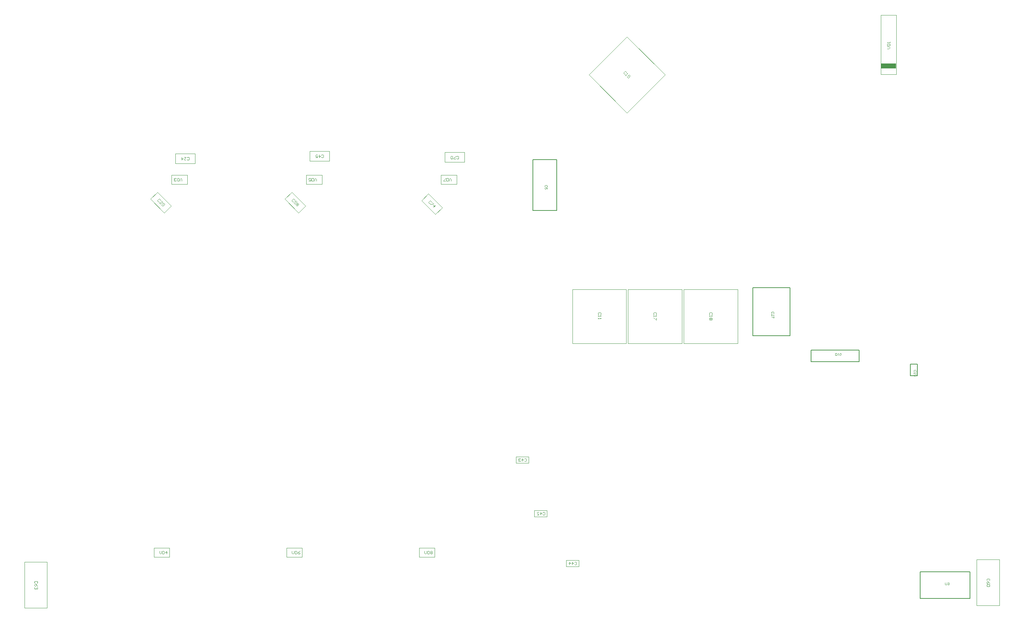
<source format=gbr>
%TF.GenerationSoftware,Altium Limited,Altium Designer,21.6.4 (81)*%
G04 Layer_Color=8388736*
%FSLAX43Y43*%
%MOMM*%
%TF.SameCoordinates,76D5CAF9-2094-4FD7-9A7B-915B2AFADFAF*%
%TF.FilePolarity,Positive*%
%TF.FileFunction,Other,Top_Assembly*%
%TF.Part,Single*%
G01*
G75*
%TA.AperFunction,NonConductor*%
%ADD115C,0.200*%
%ADD126C,0.100*%
%ADD131R,3.675X1.300*%
G36*
X228502Y37763D02*
X228514Y37761D01*
X228529Y37758D01*
X228546Y37753D01*
X228562Y37748D01*
X228579Y37741D01*
X228580D01*
X228581Y37740D01*
X228586Y37737D01*
X228595Y37731D01*
X228604Y37725D01*
X228615Y37716D01*
X228626Y37705D01*
X228637Y37693D01*
X228646Y37680D01*
X228647Y37678D01*
X228650Y37673D01*
X228654Y37665D01*
X228658Y37655D01*
X228663Y37643D01*
X228667Y37629D01*
X228669Y37613D01*
X228670Y37597D01*
Y37595D01*
Y37590D01*
X228669Y37582D01*
X228668Y37572D01*
X228665Y37560D01*
X228660Y37547D01*
X228655Y37534D01*
X228647Y37521D01*
X228646Y37520D01*
X228644Y37516D01*
X228638Y37509D01*
X228631Y37502D01*
X228621Y37494D01*
X228610Y37484D01*
X228597Y37476D01*
X228582Y37468D01*
X228583D01*
X228584Y37467D01*
X228587Y37466D01*
X228591Y37465D01*
X228601Y37461D01*
X228614Y37456D01*
X228629Y37448D01*
X228644Y37439D01*
X228657Y37427D01*
X228670Y37413D01*
X228671Y37411D01*
X228675Y37406D01*
X228681Y37397D01*
X228686Y37385D01*
X228692Y37370D01*
X228697Y37352D01*
X228701Y37332D01*
X228702Y37310D01*
Y37309D01*
Y37306D01*
Y37301D01*
X228701Y37296D01*
X228700Y37288D01*
X228698Y37280D01*
X228696Y37271D01*
X228694Y37261D01*
X228687Y37238D01*
X228681Y37226D01*
X228676Y37215D01*
X228669Y37203D01*
X228660Y37191D01*
X228651Y37179D01*
X228640Y37168D01*
X228639Y37167D01*
X228637Y37165D01*
X228633Y37163D01*
X228629Y37159D01*
X228623Y37154D01*
X228616Y37150D01*
X228607Y37144D01*
X228597Y37140D01*
X228587Y37134D01*
X228575Y37128D01*
X228563Y37124D01*
X228549Y37119D01*
X228534Y37116D01*
X228519Y37113D01*
X228503Y37111D01*
X228485Y37110D01*
X228477D01*
X228472Y37111D01*
X228464Y37112D01*
X228456Y37113D01*
X228447Y37115D01*
X228436Y37116D01*
X228414Y37122D01*
X228391Y37131D01*
X228379Y37137D01*
X228368Y37143D01*
X228357Y37152D01*
X228346Y37160D01*
X228345Y37161D01*
X228343Y37163D01*
X228340Y37165D01*
X228338Y37169D01*
X228333Y37174D01*
X228328Y37180D01*
X228323Y37187D01*
X228317Y37195D01*
X228312Y37204D01*
X228306Y37214D01*
X228296Y37236D01*
X228288Y37262D01*
X228285Y37275D01*
X228283Y37290D01*
X228362Y37300D01*
Y37300D01*
X228362Y37298D01*
X228363Y37294D01*
X228364Y37289D01*
X228365Y37284D01*
X228367Y37277D01*
X228372Y37263D01*
X228378Y37247D01*
X228387Y37231D01*
X228396Y37216D01*
X228407Y37203D01*
X228409Y37202D01*
X228412Y37199D01*
X228420Y37194D01*
X228429Y37189D01*
X228440Y37184D01*
X228454Y37179D01*
X228470Y37176D01*
X228486Y37175D01*
X228492D01*
X228496Y37176D01*
X228506Y37177D01*
X228519Y37179D01*
X228534Y37184D01*
X228549Y37190D01*
X228565Y37200D01*
X228580Y37213D01*
X228582Y37214D01*
X228586Y37220D01*
X228592Y37228D01*
X228599Y37239D01*
X228607Y37253D01*
X228612Y37269D01*
X228617Y37287D01*
X228619Y37308D01*
Y37309D01*
Y37311D01*
Y37313D01*
X228618Y37317D01*
X228617Y37327D01*
X228614Y37339D01*
X228610Y37354D01*
X228604Y37369D01*
X228595Y37384D01*
X228583Y37398D01*
X228581Y37399D01*
X228576Y37403D01*
X228569Y37409D01*
X228558Y37415D01*
X228546Y37422D01*
X228530Y37427D01*
X228512Y37431D01*
X228493Y37433D01*
X228485D01*
X228478Y37432D01*
X228470Y37431D01*
X228460Y37429D01*
X228449Y37427D01*
X228437Y37424D01*
X228447Y37494D01*
X228451D01*
X228455Y37493D01*
X228467D01*
X228477Y37495D01*
X228489Y37496D01*
X228503Y37499D01*
X228519Y37504D01*
X228534Y37510D01*
X228549Y37519D01*
X228550D01*
X228551Y37520D01*
X228556Y37523D01*
X228562Y37530D01*
X228570Y37538D01*
X228577Y37550D01*
X228583Y37564D01*
X228588Y37580D01*
X228590Y37589D01*
Y37599D01*
Y37600D01*
Y37601D01*
Y37606D01*
X228588Y37614D01*
X228586Y37624D01*
X228583Y37635D01*
X228578Y37647D01*
X228571Y37659D01*
X228560Y37670D01*
X228559Y37671D01*
X228555Y37675D01*
X228548Y37680D01*
X228540Y37685D01*
X228529Y37690D01*
X228516Y37694D01*
X228501Y37698D01*
X228485Y37699D01*
X228477D01*
X228469Y37697D01*
X228458Y37695D01*
X228446Y37692D01*
X228434Y37687D01*
X228421Y37680D01*
X228409Y37670D01*
X228408Y37669D01*
X228404Y37665D01*
X228399Y37658D01*
X228392Y37649D01*
X228386Y37637D01*
X228379Y37622D01*
X228374Y37605D01*
X228370Y37584D01*
X228291Y37598D01*
Y37599D01*
X228292Y37602D01*
X228293Y37606D01*
X228294Y37611D01*
X228296Y37618D01*
X228299Y37625D01*
X228304Y37643D01*
X228313Y37663D01*
X228325Y37683D01*
X228338Y37703D01*
X228356Y37720D01*
X228357Y37721D01*
X228359Y37722D01*
X228362Y37724D01*
X228365Y37727D01*
X228370Y37730D01*
X228376Y37734D01*
X228383Y37738D01*
X228391Y37742D01*
X228410Y37750D01*
X228431Y37757D01*
X228456Y37762D01*
X228469Y37764D01*
X228492D01*
X228502Y37763D01*
D02*
G37*
G36*
X228173Y37391D02*
Y37390D01*
Y37386D01*
Y37382D01*
Y37375D01*
X228172Y37367D01*
Y37358D01*
X228171Y37347D01*
X228170Y37336D01*
X228167Y37311D01*
X228164Y37285D01*
X228158Y37260D01*
X228154Y37248D01*
X228151Y37237D01*
Y37236D01*
X228150Y37234D01*
X228148Y37231D01*
X228146Y37227D01*
X228141Y37217D01*
X228132Y37204D01*
X228121Y37189D01*
X228108Y37175D01*
X228092Y37159D01*
X228071Y37145D01*
X228070D01*
X228068Y37143D01*
X228066Y37142D01*
X228061Y37140D01*
X228056Y37137D01*
X228048Y37134D01*
X228041Y37131D01*
X228031Y37128D01*
X228021Y37124D01*
X228010Y37121D01*
X227998Y37118D01*
X227984Y37116D01*
X227970Y37114D01*
X227956Y37112D01*
X227922Y37110D01*
X227914D01*
X227908Y37111D01*
X227900D01*
X227891Y37112D01*
X227881Y37113D01*
X227871Y37114D01*
X227848Y37117D01*
X227823Y37123D01*
X227798Y37130D01*
X227775Y37140D01*
X227774D01*
X227773Y37142D01*
X227770Y37144D01*
X227766Y37146D01*
X227756Y37153D01*
X227744Y37164D01*
X227730Y37177D01*
X227717Y37191D01*
X227704Y37210D01*
X227694Y37230D01*
Y37231D01*
X227693Y37233D01*
X227692Y37237D01*
X227690Y37241D01*
X227688Y37247D01*
X227687Y37254D01*
X227684Y37263D01*
X227682Y37273D01*
X227680Y37284D01*
X227677Y37296D01*
X227676Y37309D01*
X227674Y37323D01*
X227672Y37338D01*
X227671Y37355D01*
X227670Y37373D01*
Y37391D01*
Y37761D01*
X227755D01*
Y37391D01*
Y37390D01*
Y37387D01*
Y37383D01*
Y37377D01*
X227756Y37371D01*
Y37362D01*
X227757Y37345D01*
X227759Y37324D01*
X227762Y37304D01*
X227765Y37285D01*
X227767Y37276D01*
X227770Y37268D01*
X227771Y37266D01*
X227773Y37262D01*
X227777Y37255D01*
X227783Y37246D01*
X227789Y37237D01*
X227798Y37226D01*
X227810Y37216D01*
X227823Y37208D01*
X227824Y37207D01*
X227829Y37204D01*
X227837Y37202D01*
X227848Y37198D01*
X227861Y37193D01*
X227878Y37190D01*
X227896Y37188D01*
X227915Y37187D01*
X227924D01*
X227930Y37188D01*
X227938D01*
X227946Y37189D01*
X227967Y37192D01*
X227989Y37197D01*
X228010Y37204D01*
X228031Y37214D01*
X228040Y37221D01*
X228048Y37228D01*
X228049Y37229D01*
X228050Y37230D01*
X228052Y37233D01*
X228055Y37237D01*
X228057Y37242D01*
X228061Y37248D01*
X228065Y37256D01*
X228068Y37264D01*
X228072Y37275D01*
X228075Y37287D01*
X228079Y37300D01*
X228081Y37315D01*
X228084Y37332D01*
X228086Y37349D01*
X228088Y37370D01*
Y37391D01*
Y37761D01*
X228173D01*
Y37391D01*
D02*
G37*
G36*
X220452Y89074D02*
X220461D01*
X220471Y89073D01*
X220483Y89072D01*
X220495Y89070D01*
X220522Y89066D01*
X220551Y89059D01*
X220581Y89050D01*
X220609Y89037D01*
X220610Y89036D01*
X220613Y89035D01*
X220617Y89033D01*
X220621Y89030D01*
X220628Y89026D01*
X220635Y89021D01*
X220652Y89009D01*
X220670Y88994D01*
X220689Y88975D01*
X220707Y88954D01*
X220723Y88929D01*
X220724Y88928D01*
X220725Y88925D01*
X220727Y88922D01*
X220730Y88917D01*
X220732Y88910D01*
X220735Y88902D01*
X220739Y88893D01*
X220743Y88883D01*
X220746Y88872D01*
X220750Y88860D01*
X220755Y88834D01*
X220760Y88804D01*
X220762Y88774D01*
Y88764D01*
X220761Y88758D01*
X220760Y88750D01*
X220759Y88739D01*
X220758Y88729D01*
X220755Y88717D01*
X220750Y88692D01*
X220742Y88665D01*
X220736Y88651D01*
X220730Y88638D01*
X220721Y88625D01*
X220713Y88612D01*
X220712Y88611D01*
X220711Y88609D01*
X220708Y88605D01*
X220704Y88601D01*
X220699Y88596D01*
X220693Y88590D01*
X220685Y88583D01*
X220678Y88576D01*
X220669Y88568D01*
X220658Y88561D01*
X220646Y88553D01*
X220634Y88545D01*
X220621Y88539D01*
X220607Y88531D01*
X220592Y88526D01*
X220575Y88520D01*
X220556Y88603D01*
X220557D01*
X220559Y88604D01*
X220562Y88606D01*
X220567Y88608D01*
X220572Y88610D01*
X220580Y88613D01*
X220595Y88620D01*
X220611Y88629D01*
X220628Y88640D01*
X220644Y88654D01*
X220658Y88669D01*
X220659Y88671D01*
X220663Y88677D01*
X220668Y88686D01*
X220674Y88698D01*
X220680Y88714D01*
X220685Y88731D01*
X220689Y88752D01*
X220690Y88775D01*
Y88783D01*
X220689Y88787D01*
Y88794D01*
X220688Y88801D01*
X220685Y88819D01*
X220682Y88838D01*
X220675Y88859D01*
X220666Y88880D01*
X220654Y88899D01*
Y88900D01*
X220652Y88901D01*
X220647Y88908D01*
X220640Y88916D01*
X220629Y88926D01*
X220615Y88938D01*
X220599Y88949D01*
X220580Y88959D01*
X220559Y88969D01*
X220558D01*
X220556Y88970D01*
X220553Y88971D01*
X220548Y88971D01*
X220543Y88973D01*
X220536Y88975D01*
X220521Y88978D01*
X220502Y88982D01*
X220482Y88985D01*
X220460Y88987D01*
X220436Y88988D01*
X220435D01*
X220432D01*
X220427D01*
X220422D01*
X220415Y88987D01*
X220407D01*
X220398Y88986D01*
X220388Y88985D01*
X220365Y88983D01*
X220341Y88978D01*
X220317Y88972D01*
X220293Y88965D01*
X220292D01*
X220290Y88964D01*
X220288Y88962D01*
X220283Y88960D01*
X220272Y88955D01*
X220259Y88947D01*
X220244Y88936D01*
X220229Y88923D01*
X220215Y88909D01*
X220202Y88891D01*
Y88890D01*
X220201Y88888D01*
X220199Y88885D01*
X220197Y88882D01*
X220195Y88877D01*
X220192Y88872D01*
X220187Y88859D01*
X220181Y88842D01*
X220177Y88824D01*
X220173Y88803D01*
X220172Y88782D01*
Y88775D01*
X220173Y88770D01*
Y88763D01*
X220174Y88757D01*
X220178Y88740D01*
X220182Y88721D01*
X220190Y88701D01*
X220200Y88681D01*
X220205Y88671D01*
X220213Y88662D01*
X220214Y88661D01*
X220215Y88660D01*
X220217Y88657D01*
X220220Y88653D01*
X220225Y88650D01*
X220230Y88645D01*
X220236Y88640D01*
X220243Y88635D01*
X220252Y88629D01*
X220261Y88623D01*
X220270Y88617D01*
X220281Y88612D01*
X220293Y88607D01*
X220306Y88603D01*
X220320Y88598D01*
X220335Y88594D01*
X220314Y88509D01*
X220313D01*
X220309Y88510D01*
X220303Y88512D01*
X220296Y88515D01*
X220288Y88518D01*
X220277Y88521D01*
X220266Y88526D01*
X220254Y88531D01*
X220229Y88544D01*
X220203Y88561D01*
X220190Y88571D01*
X220177Y88581D01*
X220166Y88592D01*
X220155Y88605D01*
X220154Y88606D01*
X220152Y88608D01*
X220150Y88613D01*
X220146Y88617D01*
X220142Y88625D01*
X220137Y88632D01*
X220132Y88642D01*
X220128Y88652D01*
X220122Y88665D01*
X220118Y88677D01*
X220113Y88691D01*
X220108Y88706D01*
X220105Y88722D01*
X220103Y88738D01*
X220101Y88756D01*
X220100Y88775D01*
Y88785D01*
X220101Y88792D01*
Y88800D01*
X220102Y88811D01*
X220104Y88822D01*
X220106Y88835D01*
X220110Y88861D01*
X220118Y88889D01*
X220128Y88917D01*
X220134Y88930D01*
X220142Y88943D01*
X220143Y88944D01*
X220143Y88946D01*
X220146Y88949D01*
X220150Y88953D01*
X220154Y88959D01*
X220159Y88965D01*
X220166Y88972D01*
X220173Y88980D01*
X220181Y88987D01*
X220190Y88995D01*
X220211Y89012D01*
X220236Y89028D01*
X220264Y89042D01*
X220265D01*
X220267Y89044D01*
X220272Y89045D01*
X220277Y89047D01*
X220285Y89049D01*
X220294Y89052D01*
X220304Y89056D01*
X220315Y89058D01*
X220327Y89061D01*
X220341Y89065D01*
X220370Y89069D01*
X220402Y89073D01*
X220436Y89075D01*
X220437D01*
X220440D01*
X220446D01*
X220452Y89074D01*
D02*
G37*
G36*
X220129Y88447D02*
X220137Y88446D01*
X220146Y88444D01*
X220155Y88443D01*
X220166Y88439D01*
X220167D01*
X220167Y88438D01*
X220173Y88436D01*
X220181Y88432D01*
X220192Y88427D01*
X220205Y88420D01*
X220220Y88410D01*
X220235Y88400D01*
X220251Y88387D01*
X220252D01*
X220253Y88385D01*
X220258Y88381D01*
X220266Y88372D01*
X220278Y88360D01*
X220292Y88346D01*
X220309Y88329D01*
X220327Y88308D01*
X220347Y88285D01*
X220348Y88284D01*
X220351Y88280D01*
X220355Y88274D01*
X220361Y88268D01*
X220368Y88260D01*
X220376Y88249D01*
X220386Y88239D01*
X220396Y88227D01*
X220418Y88204D01*
X220440Y88181D01*
X220451Y88170D01*
X220462Y88160D01*
X220473Y88150D01*
X220483Y88143D01*
X220484D01*
X220485Y88141D01*
X220487Y88139D01*
X220491Y88138D01*
X220501Y88131D01*
X220513Y88124D01*
X220528Y88117D01*
X220544Y88111D01*
X220561Y88107D01*
X220578Y88105D01*
X220579D01*
X220580D01*
X220585Y88106D01*
X220595Y88107D01*
X220605Y88110D01*
X220618Y88113D01*
X220631Y88120D01*
X220644Y88128D01*
X220657Y88139D01*
X220658Y88141D01*
X220662Y88146D01*
X220667Y88152D01*
X220673Y88162D01*
X220679Y88175D01*
X220684Y88190D01*
X220688Y88208D01*
X220689Y88227D01*
Y88233D01*
X220688Y88236D01*
X220687Y88248D01*
X220684Y88260D01*
X220681Y88274D01*
X220674Y88290D01*
X220666Y88305D01*
X220655Y88319D01*
X220653Y88321D01*
X220648Y88324D01*
X220641Y88330D01*
X220630Y88335D01*
X220617Y88342D01*
X220600Y88347D01*
X220582Y88351D01*
X220560Y88353D01*
X220569Y88433D01*
X220570D01*
X220572Y88432D01*
X220577D01*
X220584Y88432D01*
X220591Y88430D01*
X220599Y88428D01*
X220609Y88425D01*
X220620Y88422D01*
X220642Y88415D01*
X220664Y88404D01*
X220675Y88397D01*
X220686Y88389D01*
X220696Y88381D01*
X220706Y88371D01*
X220706Y88370D01*
X220707Y88369D01*
X220710Y88366D01*
X220713Y88361D01*
X220717Y88356D01*
X220720Y88349D01*
X220725Y88342D01*
X220730Y88333D01*
X220734Y88322D01*
X220739Y88311D01*
X220743Y88299D01*
X220746Y88286D01*
X220749Y88272D01*
X220752Y88258D01*
X220753Y88242D01*
X220754Y88225D01*
Y88216D01*
X220753Y88210D01*
X220752Y88202D01*
X220751Y88193D01*
X220749Y88183D01*
X220747Y88173D01*
X220741Y88149D01*
X220731Y88125D01*
X220726Y88113D01*
X220719Y88101D01*
X220711Y88089D01*
X220702Y88079D01*
X220701Y88078D01*
X220700Y88076D01*
X220696Y88075D01*
X220693Y88071D01*
X220688Y88066D01*
X220682Y88062D01*
X220675Y88057D01*
X220667Y88052D01*
X220649Y88042D01*
X220627Y88033D01*
X220616Y88029D01*
X220603Y88027D01*
X220590Y88026D01*
X220576Y88025D01*
X220574D01*
X220570D01*
X220562Y88026D01*
X220552Y88027D01*
X220541Y88028D01*
X220528Y88032D01*
X220514Y88036D01*
X220500Y88041D01*
X220498Y88042D01*
X220494Y88044D01*
X220486Y88048D01*
X220476Y88053D01*
X220465Y88061D01*
X220451Y88070D01*
X220437Y88081D01*
X220422Y88094D01*
X220420Y88096D01*
X220414Y88101D01*
X220410Y88105D01*
X220405Y88110D01*
X220400Y88115D01*
X220392Y88123D01*
X220385Y88130D01*
X220376Y88139D01*
X220367Y88149D01*
X220357Y88160D01*
X220347Y88172D01*
X220335Y88185D01*
X220323Y88199D01*
X220310Y88214D01*
X220309Y88215D01*
X220307Y88217D01*
X220304Y88221D01*
X220301Y88225D01*
X220295Y88231D01*
X220290Y88237D01*
X220277Y88252D01*
X220264Y88268D01*
X220250Y88283D01*
X220238Y88296D01*
X220233Y88301D01*
X220229Y88306D01*
X220228Y88307D01*
X220225Y88309D01*
X220221Y88313D01*
X220216Y88318D01*
X220209Y88322D01*
X220203Y88328D01*
X220187Y88339D01*
Y88024D01*
X220111D01*
Y88448D01*
X220112D01*
X220116D01*
X220121D01*
X220129Y88447D01*
D02*
G37*
G36*
X220290Y87860D02*
X220290D01*
X220288Y87859D01*
X220284Y87858D01*
X220279Y87857D01*
X220274Y87856D01*
X220267Y87855D01*
X220253Y87850D01*
X220237Y87843D01*
X220221Y87835D01*
X220206Y87826D01*
X220193Y87815D01*
X220192Y87813D01*
X220189Y87809D01*
X220184Y87802D01*
X220180Y87793D01*
X220174Y87782D01*
X220169Y87768D01*
X220166Y87752D01*
X220165Y87735D01*
Y87730D01*
X220166Y87726D01*
X220167Y87716D01*
X220169Y87703D01*
X220174Y87688D01*
X220180Y87672D01*
X220190Y87657D01*
X220203Y87642D01*
X220204Y87640D01*
X220210Y87635D01*
X220218Y87630D01*
X220229Y87623D01*
X220243Y87615D01*
X220259Y87610D01*
X220277Y87605D01*
X220298Y87603D01*
X220299D01*
X220301D01*
X220303D01*
X220307Y87604D01*
X220317Y87605D01*
X220329Y87608D01*
X220344Y87611D01*
X220359Y87618D01*
X220374Y87627D01*
X220388Y87639D01*
X220389Y87641D01*
X220393Y87646D01*
X220399Y87653D01*
X220405Y87663D01*
X220412Y87676D01*
X220417Y87692D01*
X220421Y87709D01*
X220423Y87729D01*
Y87737D01*
X220422Y87744D01*
X220421Y87752D01*
X220419Y87761D01*
X220417Y87772D01*
X220414Y87784D01*
X220484Y87775D01*
Y87770D01*
X220483Y87767D01*
Y87755D01*
X220485Y87745D01*
X220486Y87733D01*
X220489Y87719D01*
X220494Y87703D01*
X220500Y87688D01*
X220509Y87672D01*
Y87672D01*
X220510Y87671D01*
X220513Y87666D01*
X220520Y87660D01*
X220528Y87652D01*
X220540Y87645D01*
X220554Y87638D01*
X220570Y87634D01*
X220579Y87632D01*
X220589D01*
X220590D01*
X220591D01*
X220596D01*
X220604Y87634D01*
X220614Y87635D01*
X220625Y87639D01*
X220637Y87644D01*
X220649Y87651D01*
X220660Y87661D01*
X220661Y87662D01*
X220665Y87667D01*
X220670Y87673D01*
X220675Y87682D01*
X220680Y87693D01*
X220684Y87706D01*
X220688Y87721D01*
X220689Y87737D01*
Y87745D01*
X220687Y87753D01*
X220685Y87764D01*
X220682Y87776D01*
X220677Y87788D01*
X220670Y87801D01*
X220660Y87813D01*
X220659Y87814D01*
X220655Y87818D01*
X220648Y87823D01*
X220639Y87830D01*
X220627Y87836D01*
X220612Y87843D01*
X220595Y87848D01*
X220574Y87852D01*
X220588Y87930D01*
X220589D01*
X220592Y87929D01*
X220596Y87929D01*
X220601Y87928D01*
X220608Y87926D01*
X220615Y87923D01*
X220633Y87917D01*
X220653Y87908D01*
X220673Y87897D01*
X220693Y87883D01*
X220710Y87866D01*
X220711Y87865D01*
X220712Y87863D01*
X220714Y87860D01*
X220717Y87856D01*
X220720Y87852D01*
X220724Y87845D01*
X220728Y87839D01*
X220732Y87831D01*
X220740Y87812D01*
X220747Y87791D01*
X220752Y87766D01*
X220754Y87753D01*
Y87730D01*
X220753Y87720D01*
X220751Y87708D01*
X220748Y87693D01*
X220743Y87676D01*
X220738Y87660D01*
X220731Y87643D01*
Y87642D01*
X220730Y87641D01*
X220727Y87635D01*
X220721Y87627D01*
X220715Y87618D01*
X220706Y87607D01*
X220695Y87596D01*
X220683Y87585D01*
X220670Y87575D01*
X220668Y87574D01*
X220663Y87572D01*
X220655Y87568D01*
X220645Y87563D01*
X220633Y87559D01*
X220619Y87555D01*
X220603Y87552D01*
X220587Y87551D01*
X220585D01*
X220580D01*
X220572Y87552D01*
X220562Y87554D01*
X220550Y87557D01*
X220537Y87562D01*
X220524Y87567D01*
X220511Y87574D01*
X220510Y87575D01*
X220506Y87578D01*
X220499Y87584D01*
X220492Y87591D01*
X220484Y87600D01*
X220474Y87611D01*
X220466Y87624D01*
X220458Y87640D01*
Y87639D01*
X220457Y87637D01*
X220456Y87635D01*
X220455Y87631D01*
X220451Y87621D01*
X220446Y87608D01*
X220438Y87593D01*
X220429Y87578D01*
X220417Y87564D01*
X220403Y87551D01*
X220401Y87550D01*
X220396Y87547D01*
X220387Y87541D01*
X220375Y87536D01*
X220360Y87530D01*
X220342Y87525D01*
X220322Y87521D01*
X220300Y87520D01*
X220299D01*
X220296D01*
X220291D01*
X220286Y87521D01*
X220278Y87522D01*
X220270Y87524D01*
X220261Y87525D01*
X220251Y87527D01*
X220229Y87535D01*
X220216Y87540D01*
X220205Y87546D01*
X220193Y87553D01*
X220181Y87562D01*
X220169Y87571D01*
X220158Y87582D01*
X220157Y87583D01*
X220155Y87585D01*
X220153Y87588D01*
X220149Y87593D01*
X220144Y87598D01*
X220140Y87606D01*
X220134Y87614D01*
X220130Y87624D01*
X220124Y87635D01*
X220118Y87647D01*
X220114Y87659D01*
X220109Y87672D01*
X220106Y87687D01*
X220103Y87703D01*
X220101Y87719D01*
X220100Y87736D01*
Y87745D01*
X220101Y87750D01*
X220102Y87758D01*
X220103Y87766D01*
X220105Y87775D01*
X220106Y87785D01*
X220112Y87807D01*
X220121Y87831D01*
X220127Y87843D01*
X220133Y87854D01*
X220142Y87865D01*
X220150Y87876D01*
X220151Y87877D01*
X220153Y87879D01*
X220155Y87881D01*
X220159Y87884D01*
X220164Y87889D01*
X220170Y87893D01*
X220177Y87899D01*
X220185Y87905D01*
X220194Y87910D01*
X220204Y87916D01*
X220226Y87926D01*
X220252Y87934D01*
X220265Y87937D01*
X220280Y87939D01*
X220290Y87860D01*
D02*
G37*
G36*
X186102Y103124D02*
X186111D01*
X186121Y103123D01*
X186133Y103122D01*
X186145Y103120D01*
X186172Y103116D01*
X186201Y103109D01*
X186231Y103100D01*
X186259Y103087D01*
X186260Y103086D01*
X186263Y103085D01*
X186267Y103083D01*
X186271Y103080D01*
X186278Y103076D01*
X186285Y103071D01*
X186302Y103059D01*
X186320Y103044D01*
X186339Y103025D01*
X186357Y103004D01*
X186373Y102979D01*
X186374Y102978D01*
X186375Y102975D01*
X186377Y102972D01*
X186380Y102967D01*
X186382Y102960D01*
X186385Y102952D01*
X186389Y102943D01*
X186393Y102933D01*
X186396Y102922D01*
X186400Y102910D01*
X186406Y102884D01*
X186410Y102854D01*
X186412Y102824D01*
Y102814D01*
X186411Y102808D01*
X186410Y102800D01*
X186409Y102789D01*
X186408Y102779D01*
X186406Y102767D01*
X186400Y102742D01*
X186392Y102715D01*
X186386Y102701D01*
X186380Y102688D01*
X186371Y102675D01*
X186363Y102662D01*
X186362Y102661D01*
X186361Y102659D01*
X186358Y102655D01*
X186354Y102651D01*
X186349Y102646D01*
X186343Y102640D01*
X186335Y102633D01*
X186328Y102626D01*
X186319Y102618D01*
X186307Y102611D01*
X186296Y102603D01*
X186284Y102595D01*
X186271Y102589D01*
X186257Y102581D01*
X186242Y102576D01*
X186225Y102570D01*
X186206Y102653D01*
X186207D01*
X186209Y102654D01*
X186212Y102656D01*
X186217Y102658D01*
X186222Y102660D01*
X186230Y102663D01*
X186245Y102670D01*
X186261Y102679D01*
X186278Y102690D01*
X186294Y102704D01*
X186307Y102719D01*
X186309Y102721D01*
X186313Y102727D01*
X186318Y102736D01*
X186324Y102748D01*
X186330Y102764D01*
X186335Y102781D01*
X186339Y102802D01*
X186340Y102825D01*
Y102833D01*
X186339Y102837D01*
Y102844D01*
X186338Y102851D01*
X186335Y102869D01*
X186332Y102888D01*
X186325Y102909D01*
X186316Y102930D01*
X186304Y102949D01*
Y102950D01*
X186302Y102951D01*
X186297Y102958D01*
X186290Y102966D01*
X186279Y102976D01*
X186265Y102988D01*
X186249Y102999D01*
X186230Y103009D01*
X186209Y103019D01*
X186208D01*
X186206Y103020D01*
X186203Y103021D01*
X186198Y103021D01*
X186193Y103023D01*
X186186Y103025D01*
X186171Y103028D01*
X186152Y103032D01*
X186132Y103035D01*
X186110Y103037D01*
X186086Y103038D01*
X186085D01*
X186082D01*
X186077D01*
X186072D01*
X186065Y103037D01*
X186057D01*
X186048Y103036D01*
X186038Y103035D01*
X186015Y103033D01*
X185991Y103028D01*
X185967Y103022D01*
X185943Y103015D01*
X185942D01*
X185940Y103014D01*
X185938Y103012D01*
X185933Y103010D01*
X185922Y103005D01*
X185909Y102996D01*
X185894Y102986D01*
X185878Y102973D01*
X185865Y102959D01*
X185852Y102941D01*
Y102940D01*
X185851Y102938D01*
X185849Y102935D01*
X185847Y102932D01*
X185845Y102927D01*
X185842Y102922D01*
X185837Y102909D01*
X185831Y102892D01*
X185827Y102874D01*
X185823Y102853D01*
X185822Y102832D01*
Y102825D01*
X185823Y102820D01*
Y102813D01*
X185824Y102807D01*
X185828Y102790D01*
X185832Y102771D01*
X185840Y102751D01*
X185850Y102731D01*
X185855Y102721D01*
X185863Y102712D01*
X185864Y102711D01*
X185865Y102710D01*
X185867Y102707D01*
X185870Y102703D01*
X185875Y102700D01*
X185880Y102695D01*
X185886Y102690D01*
X185893Y102685D01*
X185902Y102679D01*
X185911Y102673D01*
X185920Y102667D01*
X185931Y102662D01*
X185943Y102657D01*
X185956Y102653D01*
X185970Y102648D01*
X185985Y102644D01*
X185964Y102559D01*
X185963D01*
X185959Y102560D01*
X185953Y102562D01*
X185946Y102565D01*
X185938Y102567D01*
X185928Y102571D01*
X185916Y102576D01*
X185904Y102581D01*
X185878Y102594D01*
X185853Y102611D01*
X185840Y102621D01*
X185827Y102631D01*
X185816Y102642D01*
X185805Y102655D01*
X185804Y102656D01*
X185802Y102658D01*
X185800Y102663D01*
X185796Y102667D01*
X185792Y102675D01*
X185787Y102682D01*
X185782Y102692D01*
X185778Y102702D01*
X185772Y102715D01*
X185768Y102727D01*
X185763Y102741D01*
X185758Y102756D01*
X185755Y102772D01*
X185753Y102788D01*
X185751Y102806D01*
X185750Y102825D01*
Y102835D01*
X185751Y102842D01*
Y102850D01*
X185752Y102861D01*
X185754Y102872D01*
X185756Y102885D01*
X185760Y102911D01*
X185768Y102939D01*
X185778Y102967D01*
X185784Y102980D01*
X185792Y102993D01*
X185793Y102994D01*
X185793Y102996D01*
X185796Y102999D01*
X185800Y103003D01*
X185804Y103009D01*
X185809Y103015D01*
X185816Y103022D01*
X185823Y103030D01*
X185831Y103037D01*
X185840Y103046D01*
X185861Y103062D01*
X185886Y103078D01*
X185914Y103092D01*
X185915D01*
X185917Y103094D01*
X185922Y103094D01*
X185928Y103097D01*
X185935Y103099D01*
X185944Y103102D01*
X185954Y103106D01*
X185965Y103108D01*
X185977Y103111D01*
X185991Y103115D01*
X186020Y103119D01*
X186052Y103123D01*
X186086Y103125D01*
X186087D01*
X186090D01*
X186096D01*
X186102Y103124D01*
D02*
G37*
G36*
X185779Y102497D02*
X185787Y102496D01*
X185796Y102494D01*
X185805Y102493D01*
X185816Y102489D01*
X185817D01*
X185817Y102488D01*
X185823Y102486D01*
X185831Y102482D01*
X185842Y102477D01*
X185855Y102469D01*
X185870Y102460D01*
X185885Y102450D01*
X185901Y102437D01*
X185902D01*
X185903Y102435D01*
X185908Y102431D01*
X185916Y102422D01*
X185928Y102410D01*
X185942Y102396D01*
X185959Y102379D01*
X185977Y102358D01*
X185997Y102335D01*
X185998Y102334D01*
X186001Y102330D01*
X186005Y102324D01*
X186011Y102318D01*
X186018Y102310D01*
X186026Y102299D01*
X186036Y102289D01*
X186046Y102277D01*
X186068Y102254D01*
X186090Y102231D01*
X186101Y102220D01*
X186112Y102210D01*
X186123Y102200D01*
X186133Y102193D01*
X186134D01*
X186135Y102191D01*
X186137Y102189D01*
X186141Y102188D01*
X186151Y102181D01*
X186163Y102174D01*
X186178Y102167D01*
X186194Y102161D01*
X186211Y102157D01*
X186228Y102155D01*
X186229D01*
X186230D01*
X186235Y102156D01*
X186245Y102157D01*
X186255Y102160D01*
X186268Y102163D01*
X186281Y102170D01*
X186294Y102178D01*
X186307Y102189D01*
X186308Y102191D01*
X186312Y102196D01*
X186317Y102202D01*
X186323Y102212D01*
X186329Y102225D01*
X186334Y102240D01*
X186338Y102258D01*
X186339Y102277D01*
Y102283D01*
X186338Y102286D01*
X186337Y102298D01*
X186334Y102310D01*
X186331Y102324D01*
X186324Y102340D01*
X186316Y102355D01*
X186305Y102369D01*
X186303Y102371D01*
X186298Y102374D01*
X186291Y102380D01*
X186280Y102385D01*
X186267Y102392D01*
X186250Y102397D01*
X186232Y102401D01*
X186210Y102403D01*
X186219Y102483D01*
X186220D01*
X186222Y102482D01*
X186227D01*
X186234Y102482D01*
X186241Y102480D01*
X186249Y102478D01*
X186259Y102475D01*
X186270Y102472D01*
X186292Y102465D01*
X186314Y102454D01*
X186325Y102447D01*
X186336Y102439D01*
X186346Y102431D01*
X186356Y102421D01*
X186357Y102421D01*
X186357Y102419D01*
X186360Y102416D01*
X186363Y102411D01*
X186367Y102406D01*
X186370Y102399D01*
X186375Y102392D01*
X186380Y102383D01*
X186384Y102372D01*
X186389Y102361D01*
X186393Y102349D01*
X186396Y102336D01*
X186399Y102322D01*
X186402Y102308D01*
X186403Y102292D01*
X186404Y102275D01*
Y102266D01*
X186403Y102260D01*
X186402Y102252D01*
X186401Y102243D01*
X186399Y102233D01*
X186397Y102223D01*
X186391Y102199D01*
X186381Y102175D01*
X186376Y102163D01*
X186369Y102151D01*
X186361Y102139D01*
X186352Y102129D01*
X186351Y102128D01*
X186350Y102126D01*
X186346Y102125D01*
X186343Y102121D01*
X186338Y102116D01*
X186332Y102112D01*
X186325Y102107D01*
X186317Y102102D01*
X186299Y102092D01*
X186277Y102083D01*
X186266Y102079D01*
X186253Y102077D01*
X186240Y102076D01*
X186226Y102075D01*
X186224D01*
X186220D01*
X186212Y102076D01*
X186202Y102077D01*
X186191Y102078D01*
X186178Y102082D01*
X186164Y102086D01*
X186150Y102091D01*
X186148Y102092D01*
X186144Y102094D01*
X186136Y102098D01*
X186126Y102103D01*
X186115Y102111D01*
X186101Y102120D01*
X186087Y102131D01*
X186072Y102144D01*
X186070Y102146D01*
X186064Y102151D01*
X186060Y102155D01*
X186055Y102160D01*
X186050Y102165D01*
X186042Y102173D01*
X186035Y102180D01*
X186026Y102189D01*
X186017Y102199D01*
X186007Y102210D01*
X185997Y102222D01*
X185985Y102235D01*
X185973Y102249D01*
X185960Y102264D01*
X185959Y102265D01*
X185957Y102267D01*
X185954Y102271D01*
X185951Y102275D01*
X185945Y102281D01*
X185940Y102287D01*
X185928Y102302D01*
X185914Y102318D01*
X185900Y102333D01*
X185888Y102346D01*
X185883Y102351D01*
X185878Y102356D01*
X185878Y102357D01*
X185875Y102359D01*
X185871Y102363D01*
X185866Y102368D01*
X185859Y102372D01*
X185853Y102378D01*
X185837Y102389D01*
Y102074D01*
X185761D01*
Y102498D01*
X185762D01*
X185766D01*
X185771D01*
X185779Y102497D01*
D02*
G37*
G36*
X186393Y101570D02*
X186331D01*
X186330Y101571D01*
X186328Y101573D01*
X186324Y101576D01*
X186319Y101580D01*
X186312Y101586D01*
X186305Y101593D01*
X186295Y101600D01*
X186284Y101609D01*
X186273Y101617D01*
X186260Y101627D01*
X186246Y101637D01*
X186231Y101648D01*
X186214Y101659D01*
X186197Y101670D01*
X186177Y101681D01*
X186158Y101692D01*
X186157Y101693D01*
X186153Y101695D01*
X186148Y101697D01*
X186139Y101702D01*
X186129Y101707D01*
X186118Y101712D01*
X186105Y101719D01*
X186090Y101725D01*
X186074Y101733D01*
X186057Y101741D01*
X186038Y101748D01*
X186019Y101756D01*
X185979Y101771D01*
X185937Y101784D01*
X185936D01*
X185933Y101785D01*
X185928Y101786D01*
X185923Y101788D01*
X185915Y101790D01*
X185906Y101792D01*
X185896Y101795D01*
X185885Y101796D01*
X185872Y101799D01*
X185858Y101802D01*
X185829Y101807D01*
X185796Y101811D01*
X185761Y101814D01*
Y101894D01*
X185762D01*
X185765D01*
X185768D01*
X185774Y101894D01*
X185781D01*
X185791Y101893D01*
X185801Y101892D01*
X185812Y101891D01*
X185825Y101889D01*
X185838Y101887D01*
X185854Y101884D01*
X185869Y101881D01*
X185886Y101879D01*
X185904Y101875D01*
X185942Y101866D01*
X185943D01*
X185947Y101865D01*
X185952Y101863D01*
X185961Y101860D01*
X185970Y101857D01*
X185981Y101854D01*
X185994Y101850D01*
X186008Y101844D01*
X186024Y101839D01*
X186039Y101833D01*
X186075Y101820D01*
X186111Y101803D01*
X186148Y101784D01*
X186149Y101783D01*
X186153Y101782D01*
X186158Y101779D01*
X186165Y101775D01*
X186173Y101771D01*
X186184Y101764D01*
X186195Y101758D01*
X186207Y101750D01*
X186234Y101733D01*
X186261Y101714D01*
X186290Y101693D01*
X186317Y101671D01*
Y101984D01*
X186393D01*
Y101570D01*
D02*
G37*
G36*
X202034Y92486D02*
X201955D01*
Y92986D01*
X201954Y92985D01*
X201950Y92982D01*
X201944Y92976D01*
X201935Y92970D01*
X201925Y92961D01*
X201912Y92952D01*
X201897Y92942D01*
X201880Y92932D01*
X201879D01*
X201878Y92931D01*
X201873Y92927D01*
X201864Y92922D01*
X201853Y92917D01*
X201840Y92910D01*
X201826Y92904D01*
X201812Y92898D01*
X201798Y92892D01*
Y92968D01*
X201799D01*
X201801Y92970D01*
X201805Y92971D01*
X201809Y92973D01*
X201815Y92976D01*
X201821Y92980D01*
X201837Y92989D01*
X201855Y92999D01*
X201874Y93012D01*
X201893Y93027D01*
X201913Y93043D01*
X201914Y93044D01*
X201915Y93045D01*
X201917Y93047D01*
X201921Y93050D01*
X201929Y93059D01*
X201940Y93070D01*
X201952Y93083D01*
X201964Y93098D01*
X201974Y93113D01*
X201983Y93129D01*
X202034D01*
Y92486D01*
D02*
G37*
G36*
X201388Y93125D02*
X201406Y93124D01*
X201425Y93122D01*
X201443Y93119D01*
X201459Y93117D01*
X201460D01*
X201462Y93116D01*
X201464D01*
X201468Y93114D01*
X201478Y93111D01*
X201491Y93106D01*
X201506Y93100D01*
X201522Y93092D01*
X201537Y93082D01*
X201552Y93070D01*
X201553Y93069D01*
X201554Y93069D01*
X201557Y93066D01*
X201560Y93063D01*
X201570Y93054D01*
X201581Y93041D01*
X201593Y93025D01*
X201606Y93007D01*
X201618Y92985D01*
X201628Y92961D01*
Y92960D01*
X201629Y92959D01*
X201631Y92955D01*
X201632Y92949D01*
X201634Y92943D01*
X201636Y92935D01*
X201638Y92927D01*
X201641Y92917D01*
X201644Y92907D01*
X201646Y92895D01*
X201650Y92869D01*
X201653Y92840D01*
X201654Y92809D01*
Y92808D01*
Y92806D01*
Y92801D01*
Y92797D01*
X201653Y92790D01*
Y92783D01*
X201652Y92765D01*
X201649Y92745D01*
X201646Y92724D01*
X201642Y92701D01*
X201636Y92679D01*
Y92678D01*
X201635Y92677D01*
X201634Y92674D01*
X201633Y92670D01*
X201630Y92660D01*
X201624Y92647D01*
X201619Y92632D01*
X201611Y92617D01*
X201602Y92602D01*
X201593Y92587D01*
X201592Y92585D01*
X201588Y92580D01*
X201583Y92574D01*
X201575Y92566D01*
X201567Y92556D01*
X201557Y92547D01*
X201547Y92537D01*
X201535Y92529D01*
X201533Y92528D01*
X201529Y92525D01*
X201523Y92521D01*
X201513Y92517D01*
X201502Y92511D01*
X201489Y92506D01*
X201474Y92501D01*
X201458Y92496D01*
X201456D01*
X201453Y92495D01*
X201450Y92494D01*
X201441Y92493D01*
X201428Y92492D01*
X201413Y92490D01*
X201396Y92488D01*
X201376Y92487D01*
X201355Y92486D01*
X201125D01*
Y93126D01*
X201371D01*
X201388Y93125D01*
D02*
G37*
G36*
X202463Y93128D02*
X202475Y93126D01*
X202489Y93123D01*
X202504Y93119D01*
X202519Y93115D01*
X202534Y93107D01*
X202535D01*
X202536Y93106D01*
X202540Y93104D01*
X202548Y93099D01*
X202557Y93093D01*
X202567Y93083D01*
X202578Y93073D01*
X202589Y93061D01*
X202599Y93047D01*
X202600Y93045D01*
X202603Y93041D01*
X202607Y93033D01*
X202614Y93020D01*
X202619Y93007D01*
X202626Y92991D01*
X202633Y92972D01*
X202638Y92952D01*
Y92951D01*
X202639Y92949D01*
X202640Y92947D01*
X202641Y92942D01*
X202642Y92936D01*
X202643Y92930D01*
X202645Y92922D01*
X202646Y92912D01*
X202648Y92902D01*
X202649Y92891D01*
X202650Y92878D01*
X202651Y92865D01*
X202652Y92850D01*
Y92836D01*
X202653Y92819D01*
Y92801D01*
Y92800D01*
Y92797D01*
Y92790D01*
Y92783D01*
X202652Y92773D01*
Y92762D01*
X202651Y92750D01*
X202651Y92737D01*
X202648Y92707D01*
X202643Y92677D01*
X202638Y92647D01*
X202634Y92633D01*
X202629Y92619D01*
Y92618D01*
X202628Y92616D01*
X202626Y92613D01*
X202625Y92608D01*
X202623Y92602D01*
X202619Y92595D01*
X202612Y92579D01*
X202602Y92563D01*
X202590Y92544D01*
X202577Y92528D01*
X202560Y92512D01*
X202559D01*
X202558Y92510D01*
X202555Y92508D01*
X202552Y92506D01*
X202547Y92504D01*
X202542Y92500D01*
X202528Y92493D01*
X202512Y92487D01*
X202492Y92481D01*
X202469Y92477D01*
X202444Y92475D01*
X202435D01*
X202429Y92476D01*
X202421Y92477D01*
X202412Y92479D01*
X202402Y92481D01*
X202391Y92483D01*
X202380Y92487D01*
X202368Y92491D01*
X202356Y92496D01*
X202344Y92503D01*
X202332Y92510D01*
X202320Y92519D01*
X202308Y92530D01*
X202298Y92541D01*
X202297Y92542D01*
X202295Y92544D01*
X202293Y92549D01*
X202288Y92556D01*
X202283Y92565D01*
X202279Y92576D01*
X202272Y92589D01*
X202267Y92604D01*
X202261Y92620D01*
X202256Y92640D01*
X202250Y92661D01*
X202246Y92685D01*
X202241Y92711D01*
X202238Y92738D01*
X202236Y92769D01*
X202235Y92801D01*
Y92802D01*
Y92806D01*
Y92812D01*
Y92820D01*
X202236Y92830D01*
Y92841D01*
X202237Y92853D01*
X202238Y92867D01*
X202241Y92896D01*
X202246Y92926D01*
X202251Y92957D01*
X202255Y92971D01*
X202258Y92984D01*
Y92985D01*
X202259Y92987D01*
X202261Y92991D01*
X202263Y92996D01*
X202265Y93002D01*
X202269Y93008D01*
X202276Y93024D01*
X202285Y93041D01*
X202297Y93058D01*
X202311Y93076D01*
X202328Y93091D01*
X202329D01*
X202330Y93093D01*
X202332Y93094D01*
X202336Y93096D01*
X202341Y93100D01*
X202346Y93103D01*
X202360Y93110D01*
X202377Y93117D01*
X202396Y93123D01*
X202419Y93127D01*
X202444Y93129D01*
X202453D01*
X202463Y93128D01*
D02*
G37*
G36*
X131402Y133699D02*
X131411D01*
X131421Y133698D01*
X131433Y133697D01*
X131445Y133695D01*
X131472Y133691D01*
X131501Y133684D01*
X131531Y133675D01*
X131559Y133662D01*
X131560Y133661D01*
X131563Y133660D01*
X131567Y133658D01*
X131571Y133655D01*
X131578Y133651D01*
X131585Y133646D01*
X131602Y133634D01*
X131620Y133619D01*
X131639Y133600D01*
X131657Y133579D01*
X131673Y133554D01*
X131674Y133553D01*
X131675Y133550D01*
X131677Y133547D01*
X131680Y133542D01*
X131682Y133535D01*
X131685Y133527D01*
X131689Y133518D01*
X131693Y133508D01*
X131696Y133497D01*
X131700Y133485D01*
X131706Y133459D01*
X131710Y133429D01*
X131712Y133399D01*
Y133389D01*
X131711Y133383D01*
X131710Y133375D01*
X131709Y133364D01*
X131708Y133354D01*
X131706Y133342D01*
X131700Y133317D01*
X131692Y133290D01*
X131686Y133276D01*
X131680Y133263D01*
X131671Y133250D01*
X131663Y133237D01*
X131662Y133236D01*
X131661Y133234D01*
X131658Y133230D01*
X131654Y133226D01*
X131649Y133221D01*
X131643Y133215D01*
X131635Y133208D01*
X131628Y133201D01*
X131619Y133193D01*
X131607Y133186D01*
X131596Y133178D01*
X131584Y133170D01*
X131571Y133164D01*
X131557Y133156D01*
X131542Y133151D01*
X131525Y133145D01*
X131506Y133228D01*
X131507D01*
X131509Y133229D01*
X131512Y133231D01*
X131517Y133233D01*
X131522Y133235D01*
X131530Y133238D01*
X131545Y133245D01*
X131561Y133254D01*
X131578Y133265D01*
X131594Y133279D01*
X131607Y133294D01*
X131609Y133296D01*
X131613Y133302D01*
X131618Y133311D01*
X131624Y133323D01*
X131630Y133339D01*
X131635Y133356D01*
X131639Y133377D01*
X131640Y133400D01*
Y133408D01*
X131639Y133412D01*
Y133419D01*
X131638Y133426D01*
X131635Y133444D01*
X131632Y133463D01*
X131625Y133484D01*
X131616Y133505D01*
X131604Y133524D01*
Y133525D01*
X131602Y133526D01*
X131597Y133533D01*
X131590Y133541D01*
X131579Y133551D01*
X131565Y133563D01*
X131549Y133574D01*
X131530Y133584D01*
X131509Y133594D01*
X131508D01*
X131506Y133595D01*
X131503Y133596D01*
X131498Y133596D01*
X131493Y133598D01*
X131486Y133600D01*
X131471Y133603D01*
X131452Y133607D01*
X131432Y133610D01*
X131410Y133612D01*
X131386Y133613D01*
X131385D01*
X131382D01*
X131377D01*
X131372D01*
X131365Y133612D01*
X131357D01*
X131348Y133611D01*
X131338Y133610D01*
X131315Y133608D01*
X131291Y133603D01*
X131267Y133597D01*
X131243Y133590D01*
X131242D01*
X131240Y133589D01*
X131238Y133587D01*
X131233Y133585D01*
X131222Y133580D01*
X131209Y133571D01*
X131194Y133561D01*
X131178Y133548D01*
X131165Y133534D01*
X131152Y133516D01*
Y133515D01*
X131151Y133513D01*
X131149Y133510D01*
X131147Y133507D01*
X131145Y133502D01*
X131142Y133497D01*
X131137Y133484D01*
X131131Y133467D01*
X131127Y133449D01*
X131123Y133428D01*
X131122Y133407D01*
Y133400D01*
X131123Y133395D01*
Y133388D01*
X131124Y133382D01*
X131128Y133365D01*
X131132Y133346D01*
X131140Y133326D01*
X131150Y133306D01*
X131155Y133296D01*
X131163Y133287D01*
X131164Y133286D01*
X131165Y133285D01*
X131167Y133282D01*
X131170Y133278D01*
X131175Y133275D01*
X131180Y133270D01*
X131186Y133265D01*
X131193Y133260D01*
X131202Y133254D01*
X131211Y133248D01*
X131220Y133242D01*
X131231Y133237D01*
X131243Y133232D01*
X131256Y133228D01*
X131270Y133223D01*
X131285Y133219D01*
X131264Y133134D01*
X131263D01*
X131259Y133135D01*
X131253Y133137D01*
X131246Y133140D01*
X131238Y133143D01*
X131227Y133146D01*
X131216Y133151D01*
X131204Y133156D01*
X131178Y133169D01*
X131153Y133186D01*
X131140Y133196D01*
X131127Y133206D01*
X131116Y133217D01*
X131105Y133230D01*
X131104Y133231D01*
X131102Y133233D01*
X131100Y133238D01*
X131096Y133242D01*
X131092Y133250D01*
X131087Y133257D01*
X131082Y133267D01*
X131078Y133277D01*
X131072Y133290D01*
X131068Y133302D01*
X131063Y133316D01*
X131058Y133331D01*
X131055Y133347D01*
X131053Y133363D01*
X131051Y133381D01*
X131050Y133400D01*
Y133410D01*
X131051Y133417D01*
Y133425D01*
X131052Y133436D01*
X131054Y133447D01*
X131056Y133460D01*
X131060Y133486D01*
X131068Y133514D01*
X131078Y133542D01*
X131084Y133555D01*
X131092Y133568D01*
X131093Y133569D01*
X131093Y133571D01*
X131096Y133574D01*
X131100Y133578D01*
X131104Y133584D01*
X131109Y133590D01*
X131116Y133597D01*
X131123Y133605D01*
X131131Y133612D01*
X131140Y133620D01*
X131161Y133637D01*
X131186Y133653D01*
X131214Y133667D01*
X131215D01*
X131217Y133669D01*
X131222Y133669D01*
X131227Y133672D01*
X131235Y133674D01*
X131244Y133677D01*
X131254Y133681D01*
X131265Y133683D01*
X131277Y133686D01*
X131291Y133690D01*
X131320Y133694D01*
X131352Y133698D01*
X131386Y133700D01*
X131387D01*
X131390D01*
X131396D01*
X131402Y133699D01*
D02*
G37*
G36*
X131235Y132980D02*
X131234D01*
X131232D01*
X131229Y132979D01*
X131225Y132978D01*
X131215Y132975D01*
X131201Y132971D01*
X131187Y132966D01*
X131171Y132959D01*
X131157Y132949D01*
X131144Y132938D01*
X131143Y132936D01*
X131140Y132933D01*
X131135Y132925D01*
X131130Y132915D01*
X131124Y132904D01*
X131119Y132890D01*
X131116Y132874D01*
X131115Y132857D01*
Y132851D01*
X131116Y132848D01*
X131117Y132836D01*
X131120Y132824D01*
X131125Y132808D01*
X131132Y132792D01*
X131143Y132775D01*
X131150Y132768D01*
X131157Y132761D01*
X131158Y132760D01*
X131159Y132759D01*
X131162Y132757D01*
X131165Y132754D01*
X131175Y132748D01*
X131188Y132740D01*
X131203Y132734D01*
X131223Y132727D01*
X131246Y132723D01*
X131258Y132721D01*
X131271D01*
X131272D01*
X131274D01*
X131277D01*
X131282Y132722D01*
X131288D01*
X131294Y132723D01*
X131309Y132726D01*
X131326Y132730D01*
X131344Y132737D01*
X131361Y132746D01*
X131376Y132759D01*
X131377D01*
X131378Y132761D01*
X131383Y132765D01*
X131389Y132774D01*
X131397Y132785D01*
X131403Y132799D01*
X131410Y132816D01*
X131414Y132836D01*
X131416Y132847D01*
Y132864D01*
X131415Y132872D01*
X131414Y132881D01*
X131411Y132892D01*
X131409Y132903D01*
X131404Y132915D01*
X131399Y132927D01*
X131398Y132928D01*
X131396Y132932D01*
X131391Y132937D01*
X131387Y132945D01*
X131380Y132952D01*
X131372Y132959D01*
X131363Y132968D01*
X131353Y132974D01*
X131363Y133048D01*
X131693Y132986D01*
Y132668D01*
X131618D01*
Y132924D01*
X131445Y132959D01*
X131446Y132958D01*
X131447Y132956D01*
X131448Y132953D01*
X131451Y132948D01*
X131454Y132943D01*
X131458Y132936D01*
X131465Y132922D01*
X131473Y132903D01*
X131479Y132883D01*
X131484Y132861D01*
X131485Y132849D01*
Y132829D01*
X131485Y132824D01*
X131484Y132816D01*
X131483Y132808D01*
X131481Y132799D01*
X131478Y132788D01*
X131472Y132766D01*
X131467Y132754D01*
X131460Y132742D01*
X131454Y132730D01*
X131447Y132718D01*
X131437Y132707D01*
X131427Y132696D01*
X131426Y132695D01*
X131424Y132693D01*
X131422Y132690D01*
X131417Y132687D01*
X131411Y132682D01*
X131404Y132677D01*
X131396Y132672D01*
X131387Y132666D01*
X131376Y132662D01*
X131365Y132656D01*
X131352Y132652D01*
X131339Y132647D01*
X131326Y132643D01*
X131310Y132640D01*
X131294Y132639D01*
X131277Y132638D01*
X131277D01*
X131274D01*
X131269D01*
X131263Y132639D01*
X131255Y132640D01*
X131247Y132640D01*
X131237Y132642D01*
X131227Y132644D01*
X131203Y132650D01*
X131178Y132659D01*
X131165Y132665D01*
X131153Y132672D01*
X131140Y132679D01*
X131128Y132689D01*
X131127Y132689D01*
X131124Y132691D01*
X131120Y132695D01*
X131116Y132700D01*
X131110Y132706D01*
X131103Y132714D01*
X131096Y132723D01*
X131089Y132733D01*
X131081Y132744D01*
X131075Y132757D01*
X131068Y132771D01*
X131062Y132786D01*
X131057Y132801D01*
X131054Y132819D01*
X131051Y132837D01*
X131050Y132857D01*
Y132865D01*
X131051Y132872D01*
X131052Y132879D01*
X131053Y132887D01*
X131054Y132897D01*
X131056Y132908D01*
X131062Y132931D01*
X131070Y132954D01*
X131076Y132966D01*
X131082Y132978D01*
X131090Y132989D01*
X131098Y133000D01*
X131099Y133001D01*
X131100Y133003D01*
X131104Y133005D01*
X131107Y133008D01*
X131112Y133013D01*
X131117Y133018D01*
X131125Y133023D01*
X131133Y133028D01*
X131142Y133033D01*
X131152Y133039D01*
X131174Y133049D01*
X131200Y133057D01*
X131214Y133060D01*
X131228Y133062D01*
X131235Y132980D01*
D02*
G37*
%LPC*%
G36*
X201358Y93050D02*
X201210D01*
Y92562D01*
X201362D01*
X201368Y92563D01*
X201382Y92564D01*
X201398Y92565D01*
X201414Y92567D01*
X201431Y92569D01*
X201445Y92573D01*
X201447Y92574D01*
X201451Y92575D01*
X201458Y92578D01*
X201466Y92581D01*
X201475Y92587D01*
X201485Y92592D01*
X201494Y92599D01*
X201503Y92606D01*
X201504Y92608D01*
X201508Y92612D01*
X201513Y92618D01*
X201520Y92628D01*
X201527Y92640D01*
X201535Y92653D01*
X201543Y92669D01*
X201549Y92687D01*
Y92688D01*
X201550Y92689D01*
X201551Y92692D01*
X201552Y92696D01*
X201553Y92701D01*
X201555Y92707D01*
X201557Y92714D01*
X201559Y92721D01*
X201561Y92739D01*
X201564Y92761D01*
X201566Y92785D01*
X201567Y92811D01*
Y92812D01*
Y92815D01*
Y92820D01*
X201566Y92827D01*
Y92836D01*
X201565Y92845D01*
X201564Y92856D01*
X201563Y92867D01*
X201559Y92892D01*
X201553Y92918D01*
X201545Y92942D01*
X201539Y92954D01*
X201534Y92964D01*
Y92965D01*
X201532Y92967D01*
X201530Y92970D01*
X201528Y92973D01*
X201521Y92983D01*
X201511Y92994D01*
X201499Y93006D01*
X201486Y93018D01*
X201470Y93028D01*
X201453Y93036D01*
X201451Y93037D01*
X201447Y93038D01*
X201438Y93041D01*
X201426Y93044D01*
X201412Y93045D01*
X201393Y93048D01*
X201382Y93049D01*
X201370D01*
X201358Y93050D01*
D02*
G37*
G36*
X202443Y93064D02*
X202438D01*
X202434Y93063D01*
X202424Y93061D01*
X202412Y93058D01*
X202398Y93053D01*
X202383Y93045D01*
X202376Y93039D01*
X202369Y93033D01*
X202362Y93026D01*
X202356Y93018D01*
Y93017D01*
X202354Y93015D01*
X202352Y93011D01*
X202349Y93007D01*
X202346Y92999D01*
X202343Y92991D01*
X202340Y92981D01*
X202336Y92969D01*
X202332Y92955D01*
X202329Y92939D01*
X202325Y92922D01*
X202322Y92902D01*
X202320Y92880D01*
X202318Y92856D01*
X202317Y92830D01*
X202316Y92801D01*
Y92800D01*
Y92795D01*
Y92787D01*
X202317Y92775D01*
Y92763D01*
X202318Y92749D01*
X202319Y92733D01*
X202320Y92716D01*
X202325Y92680D01*
X202328Y92663D01*
X202332Y92646D01*
X202335Y92630D01*
X202341Y92616D01*
X202346Y92603D01*
X202353Y92591D01*
Y92591D01*
X202355Y92590D01*
X202359Y92583D01*
X202368Y92575D01*
X202378Y92566D01*
X202392Y92556D01*
X202407Y92548D01*
X202425Y92542D01*
X202434Y92541D01*
X202444Y92540D01*
X202450D01*
X202454Y92541D01*
X202463Y92542D01*
X202476Y92546D01*
X202490Y92553D01*
X202505Y92562D01*
X202513Y92567D01*
X202520Y92575D01*
X202528Y92582D01*
X202535Y92591D01*
Y92592D01*
X202537Y92594D01*
X202539Y92597D01*
X202540Y92602D01*
X202544Y92608D01*
X202547Y92616D01*
X202551Y92626D01*
X202554Y92637D01*
X202557Y92651D01*
X202561Y92665D01*
X202565Y92683D01*
X202567Y92701D01*
X202569Y92724D01*
X202571Y92747D01*
X202573Y92773D01*
Y92801D01*
Y92802D01*
Y92803D01*
Y92808D01*
Y92816D01*
X202572Y92827D01*
Y92839D01*
X202571Y92854D01*
X202570Y92870D01*
X202568Y92887D01*
X202564Y92922D01*
X202561Y92940D01*
X202557Y92957D01*
X202553Y92972D01*
X202548Y92987D01*
X202542Y93000D01*
X202536Y93011D01*
Y93012D01*
X202534Y93013D01*
X202532Y93016D01*
X202529Y93020D01*
X202521Y93028D01*
X202511Y93038D01*
X202497Y93047D01*
X202481Y93056D01*
X202473Y93059D01*
X202464Y93062D01*
X202454Y93063D01*
X202443Y93064D01*
D02*
G37*
%LPD*%
D115*
X221645Y33885D02*
Y40335D01*
Y33885D02*
X233695D01*
Y40335D01*
X221645D02*
X233695D01*
X219250Y90475D02*
X220950D01*
X219250Y87675D02*
Y90475D01*
Y87675D02*
X220950D01*
Y90475D01*
X181250Y108925D02*
X190250D01*
X181250Y97325D02*
Y108925D01*
Y97325D02*
X190250D01*
Y108925D01*
X195337Y93875D02*
X206913D01*
Y91075D02*
Y93875D01*
X195337Y91075D02*
X206913D01*
X195337D02*
Y93875D01*
X128200Y139800D02*
X133900D01*
X128200Y127600D02*
Y139800D01*
Y127600D02*
X133900D01*
Y139800D01*
D126*
X5500Y42700D02*
X10950D01*
X5500Y31625D02*
X10950D01*
Y42700D01*
X5500Y31625D02*
Y42700D01*
X164582Y108500D02*
X177582D01*
Y95500D02*
Y108500D01*
X164582Y95500D02*
Y108500D01*
Y95500D02*
X177582D01*
X151132Y108500D02*
X164132D01*
Y95500D02*
Y108500D01*
X151132Y95500D02*
Y108500D01*
Y95500D02*
X164132D01*
X137732Y108500D02*
X150732D01*
Y95500D02*
Y108500D01*
X137732Y95500D02*
Y108500D01*
Y95500D02*
X150732D01*
X131599Y53663D02*
Y55187D01*
X128551Y53663D02*
Y55187D01*
X131599D01*
X128551Y53663D02*
X131599D01*
X235306Y43310D02*
X240756D01*
X235306Y32235D02*
X240756D01*
Y43310D01*
X235306Y32235D02*
Y43310D01*
X136199Y41618D02*
X139247D01*
X136199Y43142D02*
X139247D01*
X136199Y41618D02*
Y43142D01*
X139247Y41618D02*
Y43142D01*
X124098Y66589D02*
X127146D01*
X124098Y68113D02*
X127146D01*
X124098Y66589D02*
Y68113D01*
X127146Y66589D02*
Y68113D01*
X150875Y151108D02*
X160067Y160300D01*
X141683D02*
X150875Y151108D01*
Y169492D02*
X160067Y160300D01*
X141683D02*
X150875Y169492D01*
X212175Y160375D02*
Y174725D01*
X213262D01*
X214762D02*
X215850D01*
X213262D02*
X214762D01*
X215850Y160375D02*
Y174725D01*
X212175Y160375D02*
X215850D01*
X35907Y130331D02*
X39231Y127007D01*
X37569Y131993D02*
X40893Y128669D01*
X39231Y127007D02*
X40893Y128669D01*
X35907Y130331D02*
X37569Y131993D01*
X74350Y141875D02*
X79050D01*
X74350Y139525D02*
X79050D01*
X74350D02*
Y141875D01*
X79050Y139525D02*
Y141875D01*
X68307Y130331D02*
X71631Y127007D01*
X69969Y131993D02*
X73293Y128669D01*
X71631Y127007D02*
X73293Y128669D01*
X68307Y130331D02*
X69969Y131993D01*
X106950Y141575D02*
X111650D01*
X106950Y139225D02*
X111650D01*
X106950D02*
Y141575D01*
X111650Y139225D02*
Y141575D01*
X41900Y141275D02*
X46600D01*
X41900Y138925D02*
X46600D01*
X41900D02*
Y141275D01*
X46600Y138925D02*
Y141275D01*
X100725Y44469D02*
Y45556D01*
Y43925D02*
Y44469D01*
Y45556D02*
Y46125D01*
X104500D01*
Y43900D02*
Y46125D01*
X100725Y43900D02*
X104500D01*
X68725Y44469D02*
Y45556D01*
Y43925D02*
Y44469D01*
Y45556D02*
Y46125D01*
X72500D01*
Y43900D02*
Y46125D01*
X68725Y43900D02*
X72500D01*
X36725Y44469D02*
Y45556D01*
Y43925D02*
Y44469D01*
Y45556D02*
Y46125D01*
X40500D01*
Y43900D02*
Y46125D01*
X36725Y43900D02*
X40500D01*
X109775Y134444D02*
Y135531D01*
Y136075D01*
Y133875D02*
Y134444D01*
X106000Y133875D02*
X109775D01*
X106000D02*
Y136100D01*
X109775D01*
X77275Y134444D02*
Y135531D01*
Y136075D01*
Y133875D02*
Y134444D01*
X73500Y133875D02*
X77275D01*
X73500D02*
Y136100D01*
X77275D01*
X44775Y134444D02*
Y135531D01*
Y136075D01*
Y133875D02*
Y134444D01*
X41000Y133875D02*
X44775D01*
X41000D02*
Y136100D01*
X44775D01*
X101307Y129931D02*
X102969Y131593D01*
X104631Y126607D02*
X106293Y128269D01*
X102969Y131593D02*
X106293Y128269D01*
X101307Y129931D02*
X104631Y126607D01*
X8483Y37608D02*
X8600Y37725D01*
Y37958D01*
X8483Y38075D01*
X8017D01*
X7900Y37958D01*
Y37725D01*
X8017Y37608D01*
X8600Y36909D02*
X8483Y37142D01*
X8250Y37375D01*
X8017D01*
X7900Y37259D01*
Y37025D01*
X8017Y36909D01*
X8133D01*
X8250Y37025D01*
Y37375D01*
X8483Y36675D02*
X8600Y36559D01*
Y36326D01*
X8483Y36209D01*
X8367D01*
X8250Y36326D01*
Y36442D01*
Y36326D01*
X8133Y36209D01*
X8017D01*
X7900Y36326D01*
Y36559D01*
X8017Y36675D01*
X171340Y102458D02*
X171457Y102575D01*
Y102808D01*
X171340Y102925D01*
X170873D01*
X170757Y102808D01*
Y102575D01*
X170873Y102458D01*
X170757Y102225D02*
Y101992D01*
Y102109D01*
X171457D01*
X171340Y102225D01*
Y101642D02*
X171457Y101525D01*
Y101292D01*
X171340Y101176D01*
X171223D01*
X171107Y101292D01*
X170990Y101176D01*
X170873D01*
X170757Y101292D01*
Y101525D01*
X170873Y101642D01*
X170990D01*
X171107Y101525D01*
X171223Y101642D01*
X171340D01*
X171107Y101525D02*
Y101292D01*
X157890Y102458D02*
X158007Y102575D01*
Y102808D01*
X157890Y102925D01*
X157424D01*
X157307Y102808D01*
Y102575D01*
X157424Y102458D01*
X157307Y102225D02*
Y101992D01*
Y102109D01*
X158007D01*
X157890Y102225D01*
X158007Y101642D02*
Y101176D01*
X157890D01*
X157424Y101642D01*
X157307D01*
X144490Y102458D02*
X144607Y102575D01*
Y102808D01*
X144490Y102925D01*
X144023D01*
X143907Y102808D01*
Y102575D01*
X144023Y102458D01*
X143907Y102225D02*
Y101992D01*
Y102109D01*
X144607D01*
X144490Y102225D01*
X143907Y101642D02*
Y101409D01*
Y101525D01*
X144607D01*
X144490Y101642D01*
X130584Y54658D02*
X130700Y54775D01*
X130934D01*
X131050Y54658D01*
Y54192D01*
X130934Y54075D01*
X130700D01*
X130584Y54192D01*
X130001Y54075D02*
Y54775D01*
X130351Y54425D01*
X129884D01*
X129184Y54075D02*
X129651D01*
X129184Y54542D01*
Y54658D01*
X129301Y54775D01*
X129534D01*
X129651Y54658D01*
X238289Y38218D02*
X238406Y38335D01*
Y38568D01*
X238289Y38685D01*
X237822D01*
X237706Y38568D01*
Y38335D01*
X237822Y38218D01*
X238406Y37519D02*
X238289Y37752D01*
X238056Y37985D01*
X237822D01*
X237706Y37869D01*
Y37635D01*
X237822Y37519D01*
X237939D01*
X238056Y37635D01*
Y37985D01*
X238289Y37285D02*
X238406Y37169D01*
Y36936D01*
X238289Y36819D01*
X237822D01*
X237706Y36936D01*
Y37169D01*
X237822Y37285D01*
X238289D01*
X138231Y42613D02*
X138348Y42729D01*
X138581D01*
X138698Y42613D01*
Y42146D01*
X138581Y42030D01*
X138348D01*
X138231Y42146D01*
X137648Y42030D02*
Y42729D01*
X137998Y42380D01*
X137531D01*
X136948Y42030D02*
Y42729D01*
X137298Y42380D01*
X136832D01*
X126130Y67584D02*
X126247Y67700D01*
X126480D01*
X126597Y67584D01*
Y67117D01*
X126480Y67001D01*
X126247D01*
X126130Y67117D01*
X125547Y67001D02*
Y67700D01*
X125897Y67351D01*
X125431D01*
X125197Y67584D02*
X125081Y67700D01*
X124848D01*
X124731Y67584D01*
Y67467D01*
X124848Y67351D01*
X124964D01*
X124848D01*
X124731Y67234D01*
Y67117D01*
X124848Y67001D01*
X125081D01*
X125197Y67117D01*
X150733Y160807D02*
Y160972D01*
X150568Y161137D01*
X150403D01*
X150074Y160807D01*
Y160642D01*
X150239Y160477D01*
X150403D01*
X150486Y160229D02*
X150651Y160065D01*
X150568Y160147D01*
X151063Y160642D01*
X150898D01*
X151723Y159982D02*
X151393Y160312D01*
X151146Y160065D01*
X151393Y159982D01*
X151476Y159900D01*
Y159735D01*
X151311Y159570D01*
X151146D01*
X150981Y159735D01*
Y159900D01*
X213650Y166625D02*
X214117D01*
X214350Y166858D01*
X214117Y167092D01*
X213650D01*
Y167325D02*
X214350D01*
Y167675D01*
X214233Y167791D01*
X213767D01*
X213650Y167675D01*
Y167325D01*
X214350Y168025D02*
Y168258D01*
Y168141D01*
X213650D01*
X213767Y168025D01*
X38258Y130007D02*
Y130172D01*
X38093Y130337D01*
X37928D01*
X37599Y130007D01*
Y129842D01*
X37764Y129677D01*
X37928D01*
X38341Y129100D02*
X38011Y129429D01*
X38671D01*
X38753Y129512D01*
Y129677D01*
X38588Y129842D01*
X38423D01*
X38588Y129017D02*
Y128852D01*
X38753Y128687D01*
X38918D01*
X39248Y129017D01*
Y129182D01*
X39083Y129347D01*
X38918D01*
X38836Y129265D01*
Y129100D01*
X39083Y128852D01*
X77158Y140442D02*
X77275Y140325D01*
X77508D01*
X77625Y140442D01*
Y140908D01*
X77508Y141025D01*
X77275D01*
X77158Y140908D01*
X76575Y141025D02*
Y140325D01*
X76925Y140675D01*
X76459D01*
X75759Y140325D02*
X76225D01*
Y140675D01*
X75992Y140558D01*
X75876D01*
X75759Y140675D01*
Y140908D01*
X75876Y141025D01*
X76109D01*
X76225Y140908D01*
X70658Y130007D02*
Y130172D01*
X70493Y130337D01*
X70328D01*
X69999Y130007D01*
Y129842D01*
X70164Y129677D01*
X70328D01*
X71236Y129594D02*
X70906Y129924D01*
X70658Y129677D01*
X70906Y129594D01*
X70988Y129512D01*
Y129347D01*
X70823Y129182D01*
X70658D01*
X70493Y129347D01*
Y129512D01*
X71318Y129347D02*
X71483D01*
X71648Y129182D01*
Y129017D01*
X71565Y128935D01*
X71401D01*
Y128770D01*
X71318Y128687D01*
X71153D01*
X70988Y128852D01*
Y129017D01*
X71071Y129100D01*
X71236D01*
Y129265D01*
X71318Y129347D01*
X71236Y129100D02*
X71401Y128935D01*
X109758Y140142D02*
X109875Y140025D01*
X110108D01*
X110225Y140142D01*
Y140608D01*
X110108Y140725D01*
X109875D01*
X109758Y140608D01*
X109525Y140025D02*
X109059D01*
Y140142D01*
X109525Y140608D01*
Y140725D01*
X108825Y140142D02*
X108709Y140025D01*
X108476D01*
X108359Y140142D01*
Y140608D01*
X108476Y140725D01*
X108709D01*
X108825Y140608D01*
Y140142D01*
X44708Y139842D02*
X44825Y139725D01*
X45058D01*
X45175Y139842D01*
Y140308D01*
X45058Y140425D01*
X44825D01*
X44708Y140308D01*
X44009Y140425D02*
X44475D01*
X44009Y139958D01*
Y139842D01*
X44125Y139725D01*
X44359D01*
X44475Y139842D01*
X43426Y140425D02*
Y139725D01*
X43775Y140075D01*
X43309D01*
X102050Y45350D02*
Y44883D01*
X102283Y44650D01*
X102517Y44883D01*
Y45350D01*
X102750D02*
Y44650D01*
X103100D01*
X103216Y44767D01*
Y45233D01*
X103100Y45350D01*
X102750D01*
X103450Y45233D02*
X103566Y45350D01*
X103799D01*
X103916Y45233D01*
Y45117D01*
X103799Y45000D01*
X103916Y44883D01*
Y44767D01*
X103799Y44650D01*
X103566D01*
X103450Y44767D01*
Y44883D01*
X103566Y45000D01*
X103450Y45117D01*
Y45233D01*
X103566Y45000D02*
X103799D01*
X70050Y45350D02*
Y44883D01*
X70283Y44650D01*
X70517Y44883D01*
Y45350D01*
X70750D02*
Y44650D01*
X71100D01*
X71216Y44767D01*
Y45233D01*
X71100Y45350D01*
X70750D01*
X71916D02*
X71683Y45233D01*
X71450Y45000D01*
Y44767D01*
X71566Y44650D01*
X71799D01*
X71916Y44767D01*
Y44883D01*
X71799Y45000D01*
X71450D01*
X38050Y45350D02*
Y44883D01*
X38283Y44650D01*
X38517Y44883D01*
Y45350D01*
X38750D02*
Y44650D01*
X39100D01*
X39216Y44767D01*
Y45233D01*
X39100Y45350D01*
X38750D01*
X39799Y44650D02*
Y45350D01*
X39450Y45000D01*
X39916D01*
X108450Y134650D02*
Y135117D01*
X108217Y135350D01*
X107983Y135117D01*
Y134650D01*
X107750D02*
Y135350D01*
X107400D01*
X107284Y135233D01*
Y134767D01*
X107400Y134650D01*
X107750D01*
X107050D02*
X106584D01*
Y134767D01*
X107050Y135233D01*
Y135350D01*
X75950Y134650D02*
Y135117D01*
X75717Y135350D01*
X75483Y135117D01*
Y134650D01*
X75250D02*
Y135350D01*
X74900D01*
X74784Y135233D01*
Y134767D01*
X74900Y134650D01*
X75250D01*
X74084D02*
X74550D01*
Y135000D01*
X74317Y134883D01*
X74201D01*
X74084Y135000D01*
Y135233D01*
X74201Y135350D01*
X74434D01*
X74550Y135233D01*
X43450Y134650D02*
Y135117D01*
X43217Y135350D01*
X42983Y135117D01*
Y134650D01*
X42750D02*
Y135350D01*
X42400D01*
X42284Y135233D01*
Y134767D01*
X42400Y134650D01*
X42750D01*
X42050Y134767D02*
X41934Y134650D01*
X41701D01*
X41584Y134767D01*
Y134883D01*
X41701Y135000D01*
X41817D01*
X41701D01*
X41584Y135117D01*
Y135233D01*
X41701Y135350D01*
X41934D01*
X42050Y135233D01*
X103658Y129607D02*
Y129772D01*
X103493Y129937D01*
X103328D01*
X102999Y129607D01*
Y129442D01*
X103164Y129277D01*
X103328D01*
X103906Y129524D02*
X104236Y129194D01*
X104153Y129112D01*
X103493D01*
X103411Y129029D01*
X104153Y128287D02*
X104648Y128782D01*
X104153D01*
X104483Y128452D01*
D131*
X214038Y162451D02*
D03*
%TF.MD5,2db37af7914581067ef3035df076d554*%
M02*

</source>
